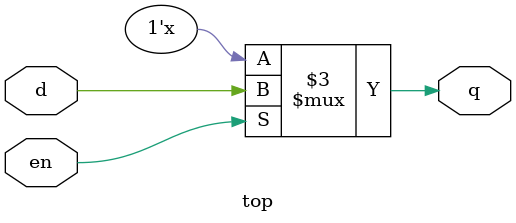
<source format=sv>
module top(input en, d, output reg q);

always_comb
	if (en) q = d;

endmodule

</source>
